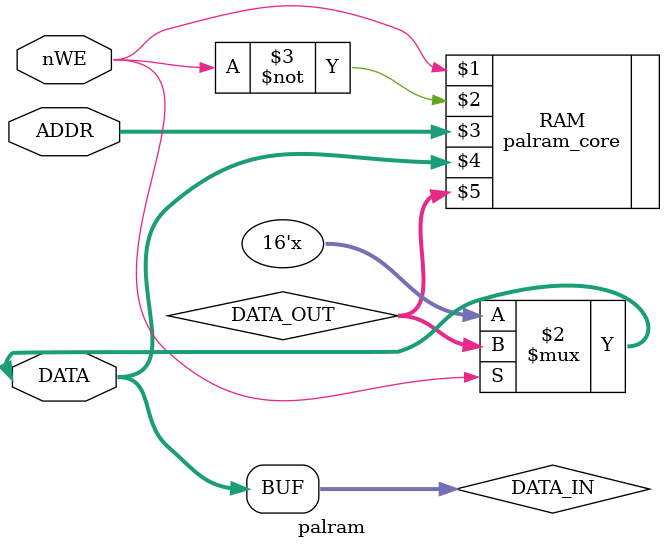
<source format=v>
`timescale 1ns/1ns


module palram(
	input [12:0] ADDR,
	inout [15:0] DATA,
	input nWE
);

	//palram_l PRAML(ADDR, PC[7:0], 1'b0, 1'b0, nPALWE);
	//palram_u PRAMU(ADDR, PC[15:8], 1'b0, 1'b0, nPALWE);
	
	wire [15:0] DATA_IN;
	wire [15:0] DATA_OUT;

	assign DATA = (~nWE) ? 16'bzzzzzzzzzzzzzzzz : DATA_OUT;
	assign DATA_IN = DATA;
	
	palram_core RAM(
		nWE,
		~nWE,
		ADDR,
		DATA_IN,
		DATA_OUT
	);

endmodule

</source>
